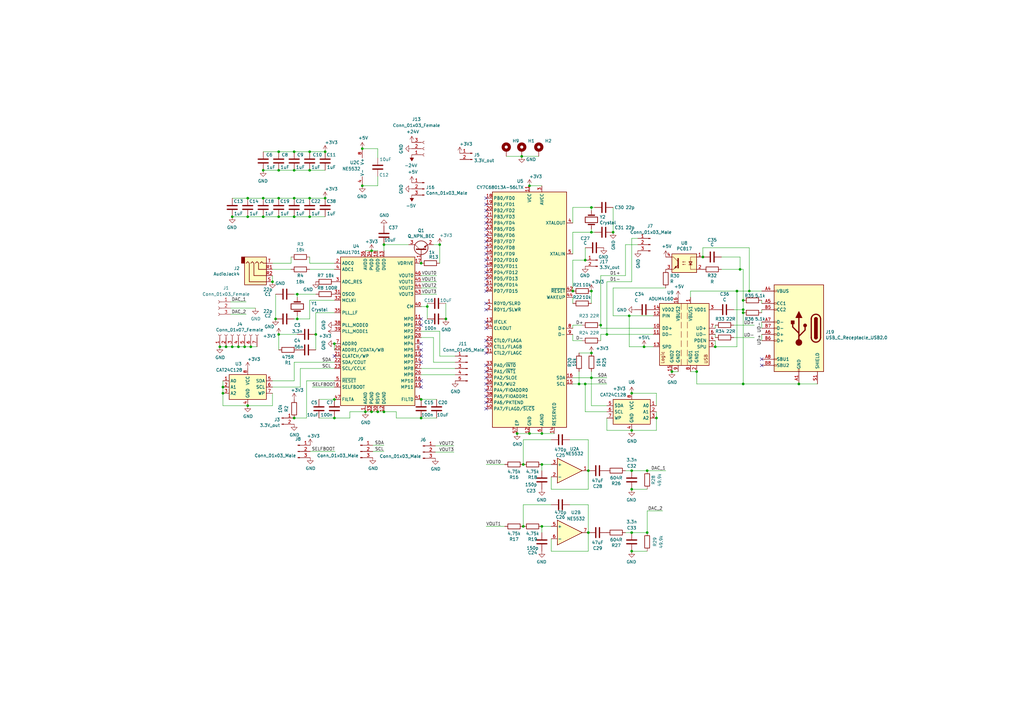
<source format=kicad_sch>
(kicad_sch (version 20211123) (generator eeschema)
  (paper "A3")
  (junction (at 157.48 100.33))
  (junction (at 114.3 81.28))
  (junction (at 259.08 176.53))
  (junction (at 259.08 218.44))
  (junction (at 242.57 119.38))
  (junction (at 269.24 171.45))
  (junction (at 137.16 171.45))
  (junction (at 251.46 95.25))
  (junction (at 265.43 193.04))
  (junction (at 120.65 88.9))
  (junction (at 100.33 142.24))
  (junction (at 107.95 88.9))
  (junction (at 107.95 81.28))
  (junction (at 102.87 142.24))
  (junction (at 91.44 158.75))
  (junction (at 127 62.23))
  (junction (at 172.72 163.83))
  (junction (at 148.59 60.96))
  (junction (at 121.92 130.81))
  (junction (at 307.34 119.38))
  (junction (at 111.76 115.57))
  (junction (at 242.57 95.25))
  (junction (at 154.94 168.91))
  (junction (at 327.66 157.48))
  (junction (at 258.064 129.54))
  (junction (at 114.3 69.85))
  (junction (at 265.43 218.44))
  (junction (at 120.65 171.45))
  (junction (at 214.63 215.9))
  (junction (at 127 88.9))
  (junction (at 127 69.85))
  (junction (at 246.38 133.35))
  (junction (at 259.08 193.04))
  (junction (at 242.57 85.09))
  (junction (at 240.03 157.48))
  (junction (at 92.71 142.24))
  (junction (at 172.72 107.95))
  (junction (at 114.3 62.23))
  (junction (at 303.53 110.49))
  (junction (at 259.08 226.06))
  (junction (at 127 81.28))
  (junction (at 222.25 215.9))
  (junction (at 237.49 157.48))
  (junction (at 293.37 142.24))
  (junction (at 241.3 193.04))
  (junction (at 152.4 168.91))
  (junction (at 234.95 119.38))
  (junction (at 285.75 152.4))
  (junction (at 120.65 69.85))
  (junction (at 114.3 88.9))
  (junction (at 129.54 137.16))
  (junction (at 241.3 218.44))
  (junction (at 222.25 177.8))
  (junction (at 133.35 81.28))
  (junction (at 149.86 168.91))
  (junction (at 137.16 140.97))
  (junction (at 121.92 120.65))
  (junction (at 120.65 62.23))
  (junction (at 101.6 81.28))
  (junction (at 97.79 142.24))
  (junction (at 107.95 69.85))
  (junction (at 242.57 144.78))
  (junction (at 180.34 100.33))
  (junction (at 304.8 127))
  (junction (at 214.63 190.5))
  (junction (at 248.92 137.16))
  (junction (at 133.35 62.23))
  (junction (at 91.44 161.29))
  (junction (at 259.08 161.29))
  (junction (at 217.17 177.8))
  (junction (at 212.09 177.8))
  (junction (at 157.48 168.91))
  (junction (at 120.65 81.28))
  (junction (at 213.995 64.135))
  (junction (at 95.25 88.9))
  (junction (at 304.8 123.19))
  (junction (at 240.03 106.68))
  (junction (at 113.03 130.81))
  (junction (at 242.57 154.94))
  (junction (at 288.29 105.41))
  (junction (at 259.08 200.66))
  (junction (at 148.59 76.2))
  (junction (at 304.8 128.27))
  (junction (at 172.72 171.45))
  (junction (at 264.16 142.24))
  (junction (at 101.6 166.37))
  (junction (at 304.8 157.48))
  (junction (at 217.17 76.2))
  (junction (at 137.16 163.83))
  (junction (at 275.59 152.4))
  (junction (at 114.3 137.16))
  (junction (at 101.6 88.9))
  (junction (at 175.26 125.73))
  (junction (at 90.17 142.24))
  (junction (at 95.25 142.24))
  (junction (at 152.4 102.87))
  (junction (at 222.25 190.5))
  (junction (at 182.88 130.81))
  (junction (at 302.26 119.38))
  (no_connect (at 199.39 144.78))
  (no_connect (at 199.39 165.1))
  (no_connect (at 199.39 106.68))
  (no_connect (at 199.39 81.28))
  (no_connect (at 199.39 132.08))
  (no_connect (at 199.39 160.02))
  (no_connect (at 199.39 99.06))
  (no_connect (at 199.39 154.94))
  (no_connect (at 172.72 143.51))
  (no_connect (at 172.72 140.97))
  (no_connect (at 199.39 119.38))
  (no_connect (at 199.39 134.62))
  (no_connect (at 199.39 157.48))
  (no_connect (at 172.72 146.05))
  (no_connect (at 199.39 139.7))
  (no_connect (at 199.39 124.46))
  (no_connect (at 172.72 148.59))
  (no_connect (at 199.39 86.36))
  (no_connect (at 199.39 83.82))
  (no_connect (at 199.39 111.76))
  (no_connect (at 199.39 114.3))
  (no_connect (at 172.72 156.21))
  (no_connect (at 172.72 130.81))
  (no_connect (at 199.39 149.86))
  (no_connect (at 199.39 93.98))
  (no_connect (at 199.39 109.22))
  (no_connect (at 172.72 133.35))
  (no_connect (at 312.42 149.86))
  (no_connect (at 199.39 101.6))
  (no_connect (at 199.39 96.52))
  (no_connect (at 199.39 88.9))
  (no_connect (at 137.16 146.05))
  (no_connect (at 199.39 152.4))
  (no_connect (at 312.42 147.32))
  (no_connect (at 199.39 127))
  (no_connect (at 172.72 158.75))
  (no_connect (at 199.39 162.56))
  (no_connect (at 199.39 167.64))
  (no_connect (at 199.39 91.44))
  (no_connect (at 199.39 142.24))
  (no_connect (at 199.39 104.14))
  (no_connect (at 199.39 116.84))
  (wire (pts (xy 180.34 135.89) (xy 180.34 146.05)))
  (wire (pts (xy 129.54 128.27) (xy 129.54 137.16)))
  (wire (pts (xy 233.68 180.34) (xy 241.3 180.34)))
  (wire (pts (xy 127 130.81) (xy 121.92 130.81)))
  (wire (pts (xy 226.06 200.66) (xy 241.3 200.66)))
  (wire (pts (xy 234.95 121.92) (xy 234.95 124.46)))
  (wire (pts (xy 91.44 158.75) (xy 91.44 161.29)))
  (wire (pts (xy 128.016 158.75) (xy 137.16 158.75)))
  (wire (pts (xy 283.21 152.4) (xy 285.75 152.4)))
  (wire (pts (xy 120.65 88.9) (xy 127 88.9)))
  (wire (pts (xy 240.03 168.91) (xy 248.92 168.91)))
  (wire (pts (xy 251.46 129.54) (xy 251.46 118.11)))
  (wire (pts (xy 312.42 137.16) (xy 312.42 139.7)))
  (wire (pts (xy 285.75 157.48) (xy 304.8 157.48)))
  (wire (pts (xy 241.3 180.34) (xy 241.3 193.04)))
  (wire (pts (xy 234.95 154.94) (xy 242.57 154.94)))
  (wire (pts (xy 222.25 218.44) (xy 222.25 215.9)))
  (wire (pts (xy 248.92 176.53) (xy 248.92 171.45)))
  (wire (pts (xy 154.94 64.77) (xy 154.94 60.96)))
  (wire (pts (xy 304.8 123.19) (xy 304.8 127)))
  (wire (pts (xy 265.43 226.06) (xy 259.08 226.06)))
  (wire (pts (xy 302.26 119.38) (xy 307.34 119.38)))
  (wire (pts (xy 127 88.9) (xy 133.35 88.9)))
  (wire (pts (xy 237.49 157.48) (xy 240.03 157.48)))
  (wire (pts (xy 214.63 180.34) (xy 214.63 190.5)))
  (wire (pts (xy 259.08 200.66) (xy 265.43 200.66)))
  (wire (pts (xy 267.97 142.24) (xy 264.16 142.24)))
  (wire (pts (xy 267.97 137.16) (xy 248.92 137.16)))
  (wire (pts (xy 152.908 185.166) (xy 157.48 185.166)))
  (wire (pts (xy 125.73 171.45) (xy 120.65 171.45)))
  (wire (pts (xy 111.76 158.75) (xy 123.19 158.75)))
  (wire (pts (xy 226.06 220.98) (xy 226.06 226.06)))
  (wire (pts (xy 172.72 113.03) (xy 179.07 113.03)))
  (wire (pts (xy 121.92 120.65) (xy 121.92 121.92)))
  (wire (pts (xy 120.65 69.85) (xy 127 69.85)))
  (wire (pts (xy 240.03 157.48) (xy 248.92 157.48)))
  (wire (pts (xy 293.37 142.24) (xy 302.26 142.24)))
  (wire (pts (xy 222.25 177.8) (xy 227.33 177.8)))
  (wire (pts (xy 133.35 81.28) (xy 127 81.28)))
  (wire (pts (xy 152.4 168.91) (xy 149.86 168.91)))
  (wire (pts (xy 226.06 207.01) (xy 214.63 207.01)))
  (wire (pts (xy 295.91 105.41) (xy 303.53 105.41)))
  (wire (pts (xy 95.25 88.9) (xy 101.6 88.9)))
  (wire (pts (xy 120.65 81.28) (xy 114.3 81.28)))
  (wire (pts (xy 241.3 226.06) (xy 241.3 218.44)))
  (wire (pts (xy 269.24 166.37) (xy 269.24 161.29)))
  (wire (pts (xy 259.08 97.79) (xy 259.08 115.57)))
  (wire (pts (xy 269.24 171.45) (xy 269.24 176.53)))
  (wire (pts (xy 102.87 142.24) (xy 100.33 142.24)))
  (wire (pts (xy 172.72 125.73) (xy 175.26 125.73)))
  (wire (pts (xy 242.57 154.94) (xy 248.92 154.94)))
  (wire (pts (xy 288.29 101.6) (xy 307.34 101.6)))
  (wire (pts (xy 157.48 168.91) (xy 154.94 168.91)))
  (wire (pts (xy 234.95 91.44) (xy 234.95 85.09)))
  (wire (pts (xy 212.09 177.8) (xy 217.17 177.8)))
  (wire (pts (xy 293.37 139.7) (xy 293.37 142.24)))
  (wire (pts (xy 304.8 110.49) (xy 304.8 123.19)))
  (wire (pts (xy 258.064 129.54) (xy 258.064 142.24)))
  (wire (pts (xy 217.17 177.8) (xy 222.25 177.8)))
  (wire (pts (xy 259.08 176.53) (xy 248.92 176.53)))
  (wire (pts (xy 121.92 130.81) (xy 120.65 130.81)))
  (wire (pts (xy 234.95 139.7) (xy 238.76 139.7)))
  (wire (pts (xy 186.69 153.67) (xy 172.72 153.67)))
  (wire (pts (xy 242.57 166.37) (xy 248.92 166.37)))
  (wire (pts (xy 111.76 113.03) (xy 111.76 115.57)))
  (wire (pts (xy 137.16 163.83) (xy 130.81 163.83)))
  (wire (pts (xy 120.65 62.23) (xy 114.3 62.23)))
  (wire (pts (xy 269.24 176.53) (xy 259.08 176.53)))
  (wire (pts (xy 120.65 156.21) (xy 120.65 148.59)))
  (wire (pts (xy 162.56 171.45) (xy 172.72 171.45)))
  (wire (pts (xy 213.995 64.135) (xy 220.98 64.135)))
  (wire (pts (xy 234.95 85.09) (xy 242.57 85.09)))
  (wire (pts (xy 240.03 106.68) (xy 240.03 101.6)))
  (wire (pts (xy 175.26 125.73) (xy 175.26 130.81)))
  (wire (pts (xy 91.44 166.37) (xy 101.6 166.37)))
  (wire (pts (xy 94.615 128.905) (xy 100.965 128.905)))
  (wire (pts (xy 114.3 137.16) (xy 114.3 143.51)))
  (wire (pts (xy 240.03 157.48) (xy 240.03 168.91)))
  (wire (pts (xy 259.08 218.44) (xy 265.43 218.44)))
  (wire (pts (xy 243.84 85.09) (xy 242.57 85.09)))
  (wire (pts (xy 242.57 154.94) (xy 242.57 166.37)))
  (wire (pts (xy 179.07 171.45) (xy 172.72 171.45)))
  (wire (pts (xy 312.42 123.19) (xy 312.42 124.46)))
  (wire (pts (xy 92.71 142.24) (xy 90.17 142.24)))
  (wire (pts (xy 95.25 142.24) (xy 92.71 142.24)))
  (wire (pts (xy 226.06 190.5) (xy 222.25 190.5)))
  (wire (pts (xy 91.44 161.29) (xy 91.44 166.37)))
  (wire (pts (xy 303.53 110.49) (xy 304.8 110.49)))
  (wire (pts (xy 137.16 123.19) (xy 127 123.19)))
  (wire (pts (xy 258.064 129.54) (xy 251.46 129.54)))
  (wire (pts (xy 104.775 126.365) (xy 94.615 126.365)))
  (wire (pts (xy 121.92 129.54) (xy 121.92 130.81)))
  (wire (pts (xy 177.8 138.43) (xy 177.8 148.59)))
  (wire (pts (xy 226.06 195.58) (xy 226.06 200.66)))
  (wire (pts (xy 100.33 142.24) (xy 97.79 142.24)))
  (wire (pts (xy 242.57 85.09) (xy 242.57 86.36)))
  (wire (pts (xy 304.8 157.48) (xy 327.66 157.48)))
  (wire (pts (xy 248.92 137.16) (xy 246.38 137.16)))
  (wire (pts (xy 172.72 118.11) (xy 179.07 118.11)))
  (wire (pts (xy 234.95 95.25) (xy 242.57 95.25)))
  (wire (pts (xy 304.8 157.48) (xy 304.8 128.27)))
  (wire (pts (xy 246.38 133.35) (xy 246.38 113.03)))
  (wire (pts (xy 129.54 137.16) (xy 129.54 143.51)))
  (wire (pts (xy 101.6 81.28) (xy 95.25 81.28)))
  (wire (pts (xy 335.28 157.48) (xy 327.66 157.48)))
  (wire (pts (xy 267.97 134.62) (xy 246.38 134.62)))
  (wire (pts (xy 248.92 137.16) (xy 248.92 115.57)))
  (wire (pts (xy 119.38 110.49) (xy 111.76 110.49)))
  (wire (pts (xy 172.72 138.43) (xy 177.8 138.43)))
  (wire (pts (xy 127 107.95) (xy 137.16 107.95)))
  (wire (pts (xy 267.97 129.54) (xy 258.064 129.54)))
  (wire (pts (xy 137.16 156.21) (xy 125.73 156.21)))
  (wire (pts (xy 154.94 168.91) (xy 152.4 168.91)))
  (wire (pts (xy 283.21 121.92) (xy 283.21 119.38)))
  (wire (pts (xy 107.95 88.9) (xy 114.3 88.9)))
  (wire (pts (xy 283.21 119.38) (xy 302.26 119.38)))
  (wire (pts (xy 107.95 69.85) (xy 114.3 69.85)))
  (wire (pts (xy 234.95 106.68) (xy 234.95 119.38)))
  (wire (pts (xy 127 123.19) (xy 127 130.81)))
  (wire (pts (xy 241.3 207.01) (xy 241.3 218.44)))
  (wire (pts (xy 154.94 102.87) (xy 152.4 102.87)))
  (wire (pts (xy 293.37 133.35) (xy 293.37 134.62)))
  (wire (pts (xy 97.79 142.24) (xy 95.25 142.24)))
  (wire (pts (xy 285.75 152.4) (xy 285.75 157.48)))
  (wire (pts (xy 246.38 113.03) (xy 256.54 113.03)))
  (wire (pts (xy 119.38 107.95) (xy 111.76 107.95)))
  (wire (pts (xy 240.03 106.68) (xy 234.95 106.68)))
  (wire (pts (xy 214.63 207.01) (xy 214.63 215.9)))
  (wire (pts (xy 121.92 120.65) (xy 129.54 120.65)))
  (wire (pts (xy 175.26 124.46) (xy 175.26 125.73)))
  (wire (pts (xy 256.54 113.03) (xy 256.54 100.33)))
  (wire (pts (xy 127.254 185.166) (xy 137.414 185.166)))
  (wire (pts (xy 293.37 137.16) (xy 293.37 138.43)))
  (wire (pts (xy 137.16 140.97) (xy 137.16 143.51)))
  (wire (pts (xy 258.064 142.24) (xy 264.16 142.24)))
  (wire (pts (xy 246.38 137.16) (xy 246.38 139.7)))
  (wire (pts (xy 152.908 182.626) (xy 157.48 182.626)))
  (wire (pts (xy 234.95 104.14) (xy 234.95 95.25)))
  (wire (pts (xy 157.48 168.91) (xy 162.56 168.91)))
  (wire (pts (xy 154.94 76.2) (xy 154.94 72.39)))
  (wire (pts (xy 242.57 95.25) (xy 243.84 95.25)))
  (wire (pts (xy 178.562 185.42) (xy 186.182 185.42)))
  (wire (pts (xy 265.43 209.55) (xy 265.43 218.44)))
  (wire (pts (xy 123.19 151.13) (xy 137.16 151.13)))
  (wire (pts (xy 237.49 144.78) (xy 242.57 144.78)))
  (wire (pts (xy 246.38 134.62) (xy 246.38 133.35)))
  (wire (pts (xy 91.44 156.21) (xy 91.44 158.75)))
  (wire (pts (xy 199.39 190.5) (xy 207.01 190.5)))
  (wire (pts (xy 256.54 100.33) (xy 261.62 100.33)))
  (wire (pts (xy 312.42 132.08) (xy 312.42 134.62)))
  (wire (pts (xy 114.3 81.28) (xy 107.95 81.28)))
  (wire (pts (xy 186.182 182.88) (xy 178.562 182.88)))
  (wire (pts (xy 127 69.85) (xy 133.35 69.85)))
  (wire (pts (xy 129.54 128.27) (xy 137.16 128.27)))
  (wire (pts (xy 107.95 81.28) (xy 101.6 81.28)))
  (wire (pts (xy 177.8 100.33) (xy 180.34 100.33)))
  (wire (pts (xy 222.25 190.5) (xy 222.25 193.04)))
  (wire (pts (xy 119.38 105.41) (xy 119.38 107.95)))
  (wire (pts (xy 125.73 156.21) (xy 125.73 171.45)))
  (wire (pts (xy 302.26 142.24) (xy 302.26 119.38)))
  (wire (pts (xy 172.72 135.89) (xy 180.34 135.89)))
  (wire (pts (xy 256.54 218.44) (xy 259.08 218.44)))
  (wire (pts (xy 177.8 148.59) (xy 186.69 148.59)))
  (wire (pts (xy 304.8 127) (xy 304.8 128.27)))
  (wire (pts (xy 234.95 133.35) (xy 234.95 134.62)))
  (wire (pts (xy 179.07 163.83) (xy 172.72 163.83)))
  (wire (pts (xy 152.4 102.87) (xy 149.86 102.87)))
  (wire (pts (xy 180.34 146.05) (xy 186.69 146.05)))
  (wire (pts (xy 162.56 168.91) (xy 162.56 171.45)))
  (wire (pts (xy 238.76 133.35) (xy 234.95 133.35)))
  (wire (pts (xy 180.34 100.33) (xy 180.34 107.95)))
  (wire (pts (xy 120.65 120.65) (xy 121.92 120.65)))
  (wire (pts (xy 307.34 101.6) (xy 307.34 119.38)))
  (wire (pts (xy 273.05 193.04) (xy 265.43 193.04)))
  (wire (pts (xy 137.16 171.45) (xy 143.51 171.45)))
  (wire (pts (xy 288.29 105.41) (xy 288.29 101.6)))
  (wire (pts (xy 234.95 157.48) (xy 237.49 157.48)))
  (wire (pts (xy 233.68 207.01) (xy 241.3 207.01)))
  (wire (pts (xy 251.46 118.11) (xy 273.05 118.11)))
  (wire (pts (xy 269.24 161.29) (xy 259.08 161.29)))
  (wire (pts (xy 105.41 142.24) (xy 102.87 142.24)))
  (wire (pts (xy 148.59 76.2) (xy 154.94 76.2)))
  (wire (pts (xy 111.76 156.21) (xy 120.65 156.21)))
  (wire (pts (xy 261.62 97.79) (xy 259.08 97.79)))
  (wire (pts (xy 172.72 115.57) (xy 179.07 115.57)))
  (wire (pts (xy 172.72 120.65) (xy 179.07 120.65)))
  (wire (pts (xy 307.34 119.38) (xy 312.42 119.38)))
  (wire (pts (xy 127 62.23) (xy 120.65 62.23)))
  (wire (pts (xy 226.06 226.06) (xy 241.3 226.06)))
  (wire (pts (xy 271.78 209.55) (xy 265.43 209.55)))
  (wire (pts (xy 133.35 62.23) (xy 127 62.23)))
  (wire (pts (xy 248.92 115.57) (xy 259.08 115.57)))
  (wire (pts (xy 256.54 193.04) (xy 259.08 193.04)))
  (wire (pts (xy 234.95 137.16) (xy 234.95 139.7)))
  (wire (pts (xy 111.76 166.37) (xy 111.76 161.29)))
  (wire (pts (xy 295.91 110.49) (xy 303.53 110.49)))
  (wire (pts (xy 278.13 152.4) (xy 275.59 152.4)))
  (wire (pts (xy 237.49 152.4) (xy 237.49 157.48)))
  (wire (pts (xy 127 105.41) (xy 127 107.95)))
  (wire (pts (xy 213.995 64.135) (xy 207.645 64.135)))
  (wire (pts (xy 182.88 124.46) (xy 182.88 130.81)))
  (wire (pts (xy 242.57 119.38) (xy 242.57 124.46)))
  (wire (pts (xy 300.99 133.35) (xy 309.372 133.35)))
  (wire (pts (xy 100.965 123.825) (xy 94.615 123.825)))
  (wire (pts (xy 303.53 105.41) (xy 303.53 110.49)))
  (wire (pts (xy 101.6 88.9) (xy 107.95 88.9)))
  (wire (pts (xy 114.3 62.23) (xy 107.95 62.23)))
  (wire (pts (xy 154.94 60.96) (xy 148.59 60.96)))
  (wire (pts (xy 123.19 158.75) (xy 123.19 151.13)))
  (wire (pts (xy 120.65 148.59) (xy 137.16 148.59)))
  (wire (pts (xy 101.6 166.37) (xy 111.76 166.37)))
  (wire (pts (xy 199.39 215.9) (xy 207.01 215.9)))
  (wire (pts (xy 172.72 151.13) (xy 186.69 151.13)))
  (wire (pts (xy 242.57 93.98) (xy 242.57 95.25)))
  (wire (pts (xy 259.08 193.04) (xy 265.43 193.04)))
  (wire (pts (xy 114.3 88.9) (xy 120.65 88.9)))
  (wire (pts (xy 312.42 127) (xy 312.42 128.27)))
  (wire (pts (xy 157.48 100.33) (xy 157.48 102.87)))
  (wire (pts (xy 130.81 171.45) (xy 137.16 171.45)))
  (wire (pts (xy 222.25 215.9) (xy 226.06 215.9)))
  (wire (pts (xy 300.99 138.43) (xy 309.372 138.43)))
  (wire (pts (xy 113.03 120.65) (xy 113.03 130.81)))
  (wire (pts (xy 300.99 127) (xy 304.8 127)))
  (wire (pts (xy 217.17 76.2) (xy 222.25 76.2)))
  (wire (pts (xy 143.51 168.91) (xy 149.86 168.91)))
  (wire (pts (xy 242.57 152.4) (xy 242.57 154.94)))
  (wire (pts (xy 167.64 100.33) (xy 157.48 100.33)))
  (wire (pts (xy 143.51 171.45) (xy 143.51 168.91)))
  (wire (pts (xy 241.3 200.66) (xy 241.3 193.04)))
  (wire (pts (xy 251.46 95.25) (xy 251.46 85.09)))
  (wire (pts (xy 226.06 180.34) (xy 214.63 180.34)))
  (wire (pts (xy 121.92 137.16) (xy 114.3 137.16)))
  (wire (pts (xy 137.16 110.49) (xy 127 110.49)))
  (wire (pts (xy 114.3 69.85) (xy 120.65 69.85)))
  (wire (pts (xy 269.24 168.91) (xy 269.24 171.45)))
  (wire (pts (xy 127 81.28) (xy 120.65 81.28)))
  (label "VOUT1" (at 179.07 115.57 180))
  (label "VOUT3" (at 186.182 185.42 180))
  (label "SELFBOOT" (at 137.414 185.166 180))
  (label "UD-" (at 309.372 138.43 180))
  (label "SDA" (at 132.08 148.59 0))
  (label "D-" (at 236.22 139.7 0))
  (label "SCL" (at 248.92 157.48 180))
  (label "D1+" (at 250.19 113.03 0))
  (label "SDA" (at 157.48 182.626 180))
  (label "D1-" (at 250.19 115.57 0))
  (label "DAC_1" (at 100.965 123.825 180))
  (label "VOUT1" (at 199.39 215.9 0))
  (label "DAC_2" (at 100.965 128.905 180))
  (label "SCL" (at 157.48 185.166 180))
  (label "UD+" (at 312.42 137.16 270))
  (label "SCL" (at 132.08 151.13 0))
  (label "DAC_2" (at 271.78 209.55 180))
  (label "VOUT0" (at 199.39 190.5 0))
  (label "SDA" (at 248.92 154.94 180))
  (label "VOUT2" (at 179.07 118.11 180))
  (label "VOUT2" (at 186.182 182.88 180))
  (label "DAC_1" (at 273.05 193.04 180))
  (label "SELFBOOT" (at 128.016 158.75 0))
  (label "VOUT0" (at 179.07 113.03 180))
  (label "UD-" (at 312.42 132.08 270))
  (label "UD+" (at 309.372 133.35 180))
  (label "D+" (at 236.22 133.35 0))
  (label "VOUT3" (at 179.07 120.65 180))
  (symbol (lib_id "power:+3.3V") (at 188.595 62.865 0) (unit 1)
    (property "Reference" "#PWR017" (effects hide))
    (property "Value" "+3.3V" (at 191.135 59.055 0))
  )
  (symbol (lib_id "Mechanical:MountingHole_Pad") (at 220.98 61.595 0) (unit 1)
    (property "Reference" "H2" (at 223.52 57.785 0) (effects (justify left)))
    (property "Value" "MountingHole_Pad" (effects hide))
    (property "Footprint" "MountingHole:MountingHole_3.2mm_M3_DIN965_Pad" (effects hide))
  )
  (symbol (lib_id "Connector:Conn_01x02_Male") (at 193.675 62.865 0) (mirror y) (unit 1)
    (property "Reference" "J5" (at 194.3862 63.5254 0) (effects (justify right)))
    (property "Value" "3.3V_out" (at 194.3862 65.8368 0) (effects (justify right)))
    (property "Footprint" "Connector_PinHeader_2.54mm:PinHeader_1x02_P2.54mm_Vertical" (effects hide))
  )
  (symbol (lib_id "power:+24V") (at 168.91 58.42 0) (unit 1)
    (property "Reference" "#PWR0110" (effects hide))
    (property "Value" "+24V" (at 169.291 54.0258 0))
  )
  (symbol (lib_id "power:-24V") (at 168.91 63.5 180) (unit 1)
    (property "Reference" "#PWR0111" (effects hide))
    (property "Value" "-24V" (at 168.529 67.8942 0))
  )
  (symbol (lib_id "Connector:Conn_01x07_Female") (at 97.79 137.16 90) (unit 1)
    (property "Reference" "J4" (at 98.298 132.969 90))
    (property "Value" "Conn_01x07_Female" (at 98.298 135.2804 90))
    (property "Footprint" "Connector_PinSocket_2.54mm:PinSocket_1x07_P2.54mm_Vertical" (effects hide))
  )
  (symbol (lib_id "power:GND") (at 90.17 142.24 0) (unit 1)
    (property "Reference" "#PWR0109" (effects hide))
    (property "Value" "GND" (at 90.297 146.6342 0))
  )
  (symbol (lib_id "Mechanical:MountingHole_Pad") (at 213.995 61.595 0) (unit 1)
    (property "Reference" "H1" (at 216.535 57.785 0) (effects (justify left)))
    (property "Value" "MountingHole_Pad" (effects hide))
    (property "Footprint" "MountingHole:MountingHole_3.2mm_M3_DIN965_Pad" (effects hide))
  )
  (symbol (lib_id "power:GND") (at 213.995 64.135 0) (unit 1)
    (property "Reference" "#PWR062" (effects hide))
    (property "Value" "GND" (at 217.805 65.405 0))
  )
  (symbol (lib_id "power:GND") (at 104.775 126.365 0) (unit 1)
    (property "Reference" "#PWR05" (effects hide))
    (property "Value" "GND" (at 104.902 130.7592 0))
  )
  (symbol (lib_id "Connector:Conn_01x03_Female") (at 89.535 126.365 0) (mirror y) (unit 1)
    (property "Reference" "J1" (at 92.71 118.11 0))
    (property "Value" "Conn_01x03_Female" (at 92.71 120.65 0))
    (property "Footprint" "Connector_PinSocket_2.54mm:PinSocket_1x03_P2.54mm_Vertical" (effects hide))
  )
  (symbol (lib_id "Connector:Conn_01x03_Female") (at 173.99 60.96 0) (mirror x) (unit 1)
    (property "Reference" "J13" (at 170.815 48.895 0))
    (property "Value" "Conn_01x03_Female" (at 170.815 51.435 0))
    (property "Footprint" "Connector_PinSocket_2.54mm:PinSocket_1x03_P2.54mm_Vertical" (effects hide))
  )
  (symbol (lib_id "power:GND") (at 168.91 60.96 270) (unit 1)
    (property "Reference" "#PWR093" (effects hide))
    (property "Value" "GND" (at 164.5158 61.087 0))
  )
  (symbol (lib_id "Mechanical:MountingHole_Pad") (at 207.645 61.595 0) (unit 1)
    (property "Reference" "H9" (at 210.185 57.785 0) (effects (justify left)))
    (property "Value" "MountingHole_Pad" (effects hide))
    (property "Footprint" "MountingHole:MountingHole_3.2mm_M3_DIN965_Pad" (effects hide))
  )
  (symbol (lib_id "Connector:Conn_01x03_Male") (at 173.99 77.47 0) (mirror y) (unit 1)
    (property "Reference" "J16" (at 174.7012 76.8604 0) (effects (justify right)))
    (property "Value" "Conn_01x03_Male" (at 174.7012 79.1718 0) (effects (justify right)))
    (property "Footprint" "Connector_PinHeader_2.54mm:PinHeader_1x03_P2.54mm_Vertical" (effects hide))
  )
  (symbol (lib_id "power:GND") (at 168.91 77.47 270) (unit 1)
    (property "Reference" "#PWR0112" (effects hide))
    (property "Value" "GND" (at 164.5158 77.597 0))
  )
  (symbol (lib_id "power:-5V") (at 168.91 80.01 180) (unit 1)
    (property "Reference" "#PWR0113" (effects hide))
    (property "Value" "-5V" (at 168.529 84.4042 0))
  )
  (symbol (lib_id "power:+5V") (at 168.91 74.93 0) (unit 1)
    (property "Reference" "#PWR0114" (effects hide))
    (property "Value" "+5V" (at 169.291 70.5358 0))
  )
  (symbol (lib_id "Interface_USB:ADUM4160") (at 280.67 137.16 0) (mirror y) (unit 1)
    (property "Reference" "U9" (at 274.955 120.015 0))
    (property "Value" "ADUM4160" (at 271.145 122.555 0))
    (property "Footprint" "Package_SO:SOIC-16W_7.5x10.3mm_P1.27mm" (effects hide))
    (property "Datasheet" "https://www.analog.com/media/en/technical-documentation/data-sheets/ADuM4160.pdf" (effects hide))
  )
  (symbol (lib_id "Device:R") (at 308.61 123.19 270) (unit 1)
    (property "Reference" "R35" (at 307.34 121.285 90))
    (property "Value" "5.1k" (at 311.785 121.285 90))
    (property "Footprint" "Resistor_SMD:R_1206_3216Metric_Pad1.30x1.75mm_HandSolder" (effects hide))
  )
  (symbol (lib_id "Device:R") (at 308.61 128.27 270) (unit 1)
    (property "Reference" "R36" (at 307.34 130.81 90))
    (property "Value" "5.1k" (at 311.785 130.81 90))
    (property "Footprint" "Resistor_SMD:R_1206_3216Metric_Pad1.30x1.75mm_HandSolder" (effects hide))
  )
  (symbol (lib_id "Device:C") (at 297.18 127 270) (unit 1)
    (property "Reference" "C36" (at 297.18 120.5992 90))
    (property "Value" "C" (at 297.18 122.9106 90))
    (property "Footprint" "Capacitor_SMD:C_1206_3216Metric_Pad1.33x1.80mm_HandSolder" (effects hide))
  )
  (symbol (lib_id "Isolator:PC817") (at 280.67 107.95 0) (mirror y) (unit 1)
    (property "Reference" "U8" (at 280.67 99.695 0))
    (property "Value" "PC817" (at 280.67 102.0064 0))
    (property "Footprint" "Package_DIP:DIP-4_W7.62mm" (effects hide))
    (property "Datasheet" "http://www.soselectronic.cz/a_info/resource/d/pc817.pdf" (effects hide))
  )
  (symbol (lib_id "power:+5V") (at 273.05 105.41 0) (unit 1)
    (property "Reference" "#PWR0101" (effects hide))
    (property "Value" "+5V" (at 273.431 101.0158 0))
  )
  (symbol (lib_id "Device:R") (at 292.1 110.49 270) (unit 1)
    (property "Reference" "R32" (at 292.1 113.03 90))
    (property "Value" "R" (at 292.1 115.57 90))
    (property "Footprint" "Resistor_SMD:R_1206_3216Metric_Pad1.30x1.75mm_HandSolder" (effects hide))
  )
  (symbol (lib_id "Device:R") (at 242.57 133.35 270) (unit 1)
    (property "Reference" "R23" (at 239.395 129.54 90))
    (property "Value" "22R" (at 243.84 129.54 90))
    (property "Footprint" "Resistor_SMD:R_1206_3216Metric_Pad1.30x1.75mm_HandSolder" (effects hide))
  )
  (symbol (lib_id "Device:R") (at 273.05 114.3 180) (unit 1)
    (property "Reference" "R30" (at 274.828 113.1316 0) (effects (justify right)))
    (property "Value" "R" (at 274.828 115.443 0) (effects (justify right)))
    (property "Footprint" "Resistor_SMD:R_1206_3216Metric_Pad1.30x1.75mm_HandSolder" (effects hide))
  )
  (symbol (lib_id "Device:R") (at 242.57 139.7 270) (unit 1)
    (property "Reference" "R24" (at 239.395 136.525 90))
    (property "Value" "22R" (at 243.84 136.525 90))
    (property "Footprint" "Resistor_SMD:R_1206_3216Metric_Pad1.30x1.75mm_HandSolder" (effects hide))
  )
  (symbol (lib_id "Device:C") (at 264.16 127 270) (unit 1)
    (property "Reference" "C34" (at 262.255 120.65 90))
    (property "Value" "C" (at 260.985 123.19 90))
    (property "Footprint" "Capacitor_SMD:C_1206_3216Metric_Pad1.33x1.80mm_HandSolder" (effects hide))
  )
  (symbol (lib_id "power:GND") (at 260.35 127 270) (unit 1)
    (property "Reference" "#PWR0102" (effects hide))
    (property "Value" "GND" (at 257.0988 127.127 90) (effects (justify right)))
  )
  (symbol (lib_id "power:+5VL") (at 264.16 142.24 0) (unit 1)
    (property "Reference" "#PWR0103" (effects hide))
    (property "Value" "+5VL" (at 264.16 138.43 0))
  )
  (symbol (lib_id "power:GND") (at 275.59 152.4 0) (unit 1)
    (property "Reference" "#PWR0104" (effects hide))
    (property "Value" "GND" (at 275.717 156.7942 0))
  )
  (symbol (lib_id "power:+3.3V") (at 217.17 76.2 0) (unit 1)
    (property "Reference" "#PWR0105" (effects hide))
    (property "Value" "+3.3V" (at 219.71 72.39 0))
  )
  (symbol (lib_id "power:GND") (at 212.09 177.8 0) (unit 1)
    (property "Reference" "#PWR0106" (effects hide))
    (property "Value" "GND" (at 212.217 182.1942 0))
  )
  (symbol (lib_id "Device:R") (at 120.65 167.64 180) (unit 1)
    (property "Reference" "R2" (at 117.475 167.64 90))
    (property "Value" "10k" (at 114.935 167.64 90))
    (property "Footprint" "Resistor_SMD:R_1206_3216Metric_Pad1.30x1.75mm_HandSolder" (effects hide))
  )
  (symbol (lib_id "Device:R") (at 297.18 133.35 270) (unit 1)
    (property "Reference" "R33" (at 295.275 130.81 90))
    (property "Value" "22R" (at 299.72 130.81 90))
    (property "Footprint" "Resistor_SMD:R_1206_3216Metric_Pad1.30x1.75mm_HandSolder" (effects hide))
  )
  (symbol (lib_id "Connector:Conn_01x02_Male") (at 115.57 171.45 0) (unit 1)
    (property "Reference" "J3" (at 114.8588 172.1104 0) (effects (justify right)))
    (property "Value" "3.3V_out" (at 114.8588 174.4218 0) (effects (justify right)))
    (property "Footprint" "Connector_PinHeader_2.54mm:PinHeader_1x02_P2.54mm_Vertical" (effects hide))
  )
  (symbol (lib_id "Device:R") (at 297.18 138.43 270) (unit 1)
    (property "Reference" "R34" (at 295.275 135.89 90))
    (property "Value" "22R" (at 299.72 135.89 90))
    (property "Footprint" "Resistor_SMD:R_1206_3216Metric_Pad1.30x1.75mm_HandSolder" (effects hide))
  )
  (symbol (lib_id "power:GND") (at 120.65 173.99 0) (unit 1)
    (property "Reference" "#PWR0134" (effects hide))
    (property "Value" "GND" (at 120.777 178.3842 0))
  )
  (symbol (lib_id "power:+3.3V") (at 120.65 163.83 0) (unit 1)
    (property "Reference" "#PWR0135" (effects hide))
    (property "Value" "+3.3V" (at 121.92 160.02 0))
  )
  (symbol (lib_id "power:+5V") (at 278.13 121.92 0) (unit 1)
    (property "Reference" "#PWR0107" (effects hide))
    (property "Value" "+5V" (at 278.511 117.5258 0))
  )
  (symbol (lib_id "Device:C") (at 292.1 105.41 270) (unit 1)
    (property "Reference" "C35" (at 292.1 98.425 90))
    (property "Value" "C" (at 292.1 100.33 90))
    (property "Footprint" "Capacitor_SMD:C_1206_3216Metric_Pad1.33x1.80mm_HandSolder" (effects hide))
  )
  (symbol (lib_id "Device:R") (at 238.76 124.46 270) (unit 1)
    (property "Reference" "R22" (at 236.855 121.92 90))
    (property "Value" "10k" (at 240.665 121.92 90))
    (property "Footprint" "Resistor_SMD:R_1206_3216Metric_Pad1.30x1.75mm_HandSolder" (effects hide))
  )
  (symbol (lib_id "Device:R") (at 238.76 119.38 270) (unit 1)
    (property "Reference" "R21" (at 236.855 116.84 90))
    (property "Value" "10k" (at 240.665 116.84 90))
    (property "Footprint" "Resistor_SMD:R_1206_3216Metric_Pad1.30x1.75mm_HandSolder" (effects hide))
  )
  (symbol (lib_id "power:+3.3V") (at 242.57 119.38 0) (unit 1)
    (property "Reference" "#PWR0108" (effects hide))
    (property "Value" "+3.3V" (at 245.11 115.57 0))
  )
  (symbol (lib_id "Connector:Conn_01x02_Male") (at 245.11 106.68 0) (mirror y) (unit 1)
    (property "Reference" "J17" (at 245.8212 107.3404 0) (effects (justify right)))
    (property "Value" "3.3V_out" (at 245.8212 109.6518 0) (effects (justify right)))
    (property "Footprint" "Connector_PinHeader_2.54mm:PinHeader_1x02_P2.54mm_Vertical" (effects hide))
  )
  (symbol (lib_id "power:GND") (at 240.03 109.22 0) (unit 1)
    (property "Reference" "#PWR0115" (effects hide))
    (property "Value" "GND" (at 241.935 113.03 0) (effects (justify right)))
  )
  (symbol (lib_id "Device:C") (at 243.84 101.6 90) (unit 1)
    (property "Reference" "C27" (at 240.03 97.79 90))
    (property "Value" "C" (at 240.03 99.695 90))
    (property "Footprint" "Capacitor_SMD:C_1206_3216Metric_Pad1.33x1.80mm_HandSolder" (effects hide))
  )
  (symbol (lib_id "power:GND") (at 247.65 101.6 0) (unit 1)
    (property "Reference" "#PWR0116" (effects hide))
    (property "Value" "GND" (at 249.555 105.41 0) (effects (justify right)))
  )
  (symbol (lib_id "Device:Crystal") (at 242.57 90.17 270) (unit 1)
    (property "Reference" "Y2" (at 245.8974 89.0016 90) (effects (justify left)))
    (property "Value" "Crystal" (at 245.8974 91.313 90) (effects (justify left)))
    (property "Footprint" "Crystal:Crystal_SMD_HC49-SD" (effects hide))
  )
  (symbol (lib_id "Device:C") (at 247.65 85.09 90) (unit 1)
    (property "Reference" "C30" (at 254 85.09 90))
    (property "Value" "22p" (at 258.445 85.09 90))
    (property "Footprint" "Capacitor_SMD:C_1206_3216Metric_Pad1.33x1.80mm_HandSolder" (effects hide))
  )
  (symbol (lib_id "Device:C") (at 247.65 95.25 90) (unit 1)
    (property "Reference" "C31" (at 254 93.345 90))
    (property "Value" "22p" (at 258.445 93.345 90))
    (property "Footprint" "Capacitor_SMD:C_1206_3216Metric_Pad1.33x1.80mm_HandSolder" (effects hide))
  )
  (symbol (lib_id "power:GND") (at 186.69 156.21 0) (unit 1)
    (property "Reference" "#PWR0137" (effects hide))
    (property "Value" "GND" (at 186.817 160.6042 0))
  )
  (symbol (lib_id "Connector:Conn_01x05_Male") (at 191.77 151.13 0) (mirror y) (unit 1)
    (property "Reference" "J11" (at 187.96 140.97 0) (effects (justify right)))
    (property "Value" "Conn_01x05_Male" (at 181.61 143.51 0) (effects (justify right)))
    (property "Footprint" "Connector_PinSocket_2.54mm:PinSocket_1x05_P2.54mm_Vertical" (effects hide))
  )
  (symbol (lib_id "power:GND") (at 251.46 95.25 0) (unit 1)
    (property "Reference" "#PWR0117" (effects hide))
    (property "Value" "GND" (at 251.587 98.5012 90) (effects (justify right)))
  )
  (symbol (lib_id "Memory_EEPROM:CAT24C128") (at 259.08 168.91 0) (mirror y) (unit 1)
    (property "Reference" "U6" (at 259.08 156.6926 0))
    (property "Value" "CAT24C128" (at 251.46 161.925 0))
    (property "Footprint" "Package_SO:SOIC-8_3.9x4.9mm_P1.27mm" (effects hide))
    (property "Datasheet" "https://www.onsemi.com/pub/Collateral/CAT24C128-D.PDF" (effects hide))
  )
  (symbol (lib_id "power:+3.3V") (at 259.08 161.29 0) (unit 1)
    (property "Reference" "#PWR0118" (effects hide))
    (property "Value" "+3.3V" (at 254 159.385 0))
  )
  (symbol (lib_id "Device:R") (at 242.57 148.59 180) (unit 1)
    (property "Reference" "R25" (at 247.8278 148.59 90))
    (property "Value" "10k" (at 245.5164 148.59 90))
    (property "Footprint" "Resistor_SMD:R_1206_3216Metric_Pad1.30x1.75mm_HandSolder" (effects hide))
  )
  (symbol (lib_id "Device:R") (at 237.49 148.59 180) (unit 1)
    (property "Reference" "R20" (at 233.68 148.59 90))
    (property "Value" "10k" (at 235.585 148.59 90))
    (property "Footprint" "Resistor_SMD:R_1206_3216Metric_Pad1.30x1.75mm_HandSolder" (effects hide))
  )
  (symbol (lib_id "power:+3.3V") (at 242.57 144.78 0) (unit 1)
    (property "Reference" "#PWR0119" (effects hide))
    (property "Value" "+3.3V" (at 247.015 142.875 0))
  )
  (symbol (lib_id "power:GND") (at 149.86 168.91 0) (unit 1)
    (property "Reference" "#PWR0120" (effects hide))
    (property "Value" "GND" (at 149.987 173.3042 0))
  )
  (symbol (lib_id "Connector:AudioJack4") (at 106.68 113.03 0) (mirror x) (unit 1)
    (property "Reference" "J2" (at 98.3234 110.0582 0) (effects (justify right)))
    (property "Value" "AudioJack4" (at 98.3234 112.3696 0) (effects (justify right)))
    (property "Footprint" "Connector_Audio:Jack_3.5mm_PJ320D_Horizontal" (effects hide))
  )
  (symbol (lib_id "Device:R") (at 123.19 105.41 270) (unit 1)
    (property "Reference" "R3" (at 123.19 100.1522 90))
    (property "Value" "18k" (at 123.19 102.4636 90))
    (property "Footprint" "Resistor_SMD:R_1206_3216Metric_Pad1.30x1.75mm_HandSolder" (effects hide))
  )
  (symbol (lib_id "Device:R") (at 123.19 110.49 270) (unit 1)
    (property "Reference" "R4" (at 123.19 113.03 90))
    (property "Value" "18k" (at 123.19 115.57 90))
    (property "Footprint" "Resistor_SMD:R_1206_3216Metric_Pad1.30x1.75mm_HandSolder" (effects hide))
  )
  (symbol (lib_id "Device:Q_NPN_BEC") (at 172.72 102.87 90) (unit 1)
    (property "Reference" "Q1" (at 172.72 94.5388 90))
    (property "Value" "Q_NPN_BEC" (at 172.72 96.8502 90))
    (property "Footprint" "Package_TO_SOT_SMD:SOT-23" (effects hide))
  )
  (symbol (lib_id "Device:R") (at 176.53 107.95 90) (unit 1)
    (property "Reference" "R13" (at 175.895 105.41 90) (effects (justify right)))
    (property "Value" "1k" (at 175.895 103.505 90) (effects (justify right)))
    (property "Footprint" "Resistor_SMD:R_1206_3216Metric_Pad1.30x1.75mm_HandSolder" (effects hide))
  )
  (symbol (lib_id "power:+3.3V") (at 180.34 100.33 0) (unit 1)
    (property "Reference" "#PWR0121" (effects hide))
    (property "Value" "+3.3V" (at 182.88 96.52 0))
  )
  (symbol (lib_id "power:+3.3V") (at 152.4 102.87 0) (unit 1)
    (property "Reference" "#PWR0122" (effects hide))
    (property "Value" "+3.3V" (at 152.4 99.06 0))
  )
  (symbol (lib_id "Device:C") (at 137.16 167.64 180) (unit 1)
    (property "Reference" "C7" (at 135.255 165.1 0))
    (property "Value" "100n" (at 133.985 170.18 0))
    (property "Footprint" "Capacitor_SMD:C_1206_3216Metric_Pad1.33x1.80mm_HandSolder" (effects hide))
  )
  (symbol (lib_id "Device:C") (at 130.81 167.64 180) (unit 1)
    (property "Reference" "C5" (at 128.905 165.1 0))
    (property "Value" "10uF" (at 128.27 170.18 0))
    (property "Footprint" "Capacitor_SMD:C_1206_3216Metric_Pad1.33x1.80mm_HandSolder" (effects hide))
  )
  (symbol (lib_id "Device:C") (at 172.72 167.64 180) (unit 1)
    (property "Reference" "C15" (at 175.895 165.1 0))
    (property "Value" "100n" (at 175.26 170.18 0))
    (property "Footprint" "Capacitor_SMD:C_1206_3216Metric_Pad1.33x1.80mm_HandSolder" (effects hide))
  )
  (symbol (lib_id "Device:C") (at 179.07 167.64 180) (unit 1)
    (property "Reference" "C20" (at 181.61 165.1 0))
    (property "Value" "10uF" (at 181.61 170.18 0))
    (property "Footprint" "Capacitor_SMD:C_1206_3216Metric_Pad1.33x1.80mm_HandSolder" (effects hide))
  )
  (symbol (lib_id "power:GND") (at 111.76 115.57 0) (unit 1)
    (property "Reference" "#PWR0138" (effects hide))
    (property "Value" "GND" (at 114.935 116.205 0))
  )
  (symbol (lib_id "Device:C") (at 179.07 130.81 90) (unit 1)
    (property "Reference" "C17" (at 175.895 132.08 90))
    (property "Value" "100n" (at 176.53 134.62 90))
    (property "Footprint" "Capacitor_SMD:C_1206_3216Metric_Pad1.33x1.80mm_HandSolder" (effects hide))
  )
  (symbol (lib_id "Device:C") (at 179.07 124.46 90) (unit 1)
    (property "Reference" "C16" (at 175.895 123.19 90))
    (property "Value" "10uF" (at 182.88 123.19 90))
    (property "Footprint" "Capacitor_SMD:C_1206_3216Metric_Pad1.33x1.80mm_HandSolder" (effects hide))
  )
  (symbol (lib_id "Amplifier_Operational:NE5532") (at 233.68 193.04 0) (unit 1)
    (property "Reference" "U2" (at 235.585 184.15 0))
    (property "Value" "NE5532" (at 235.585 186.055 0))
    (property "Footprint" "Package_SO:SOIC-8_3.9x4.9mm_P1.27mm" (effects hide))
    (property "Datasheet" "http://www.ti.com/lit/ds/symlink/ne5532.pdf" (effects hide))
  )
  (symbol (lib_id "Amplifier_Operational:NE5532") (at 233.68 218.44 0) (unit 2)
    (property "Reference" "U2" (at 236.22 210.185 0))
    (property "Value" "NE5532" (at 236.22 212.725 0))
    (property "Footprint" "Package_SO:SOIC-8_3.9x4.9mm_P1.27mm" (effects hide))
    (property "Datasheet" "http://www.ti.com/lit/ds/symlink/ne5532.pdf" (effects hide))
  )
  (symbol (lib_id "Amplifier_Operational:NE5532") (at 151.13 68.58 0) (unit 3)
    (property "Reference" "U2" (at 143.51 66.675 0) (effects (justify left)))
    (property "Value" "NE5532" (at 140.335 69.215 0) (effects (justify left)))
    (property "Footprint" "Package_SO:SOIC-8_3.9x4.9mm_P1.27mm" (effects hide))
    (property "Datasheet" "http://www.ti.com/lit/ds/symlink/ne5532.pdf" (effects hide))
  )
  (symbol (lib_id "power:GND") (at 182.88 130.81 0) (unit 1)
    (property "Reference" "#PWR0123" (effects hide))
    (property "Value" "GND" (at 183.007 135.2042 0))
  )
  (symbol (lib_id "Device:C") (at 107.95 66.04 0) (unit 1)
    (property "Reference" "C6" (at 110.49 63.5 0))
    (property "Value" "1uF" (at 111.125 68.58 0))
    (property "Footprint" "Capacitor_SMD:C_0603_1608Metric_Pad1.08x0.95mm_HandSolder" (effects hide))
  )
  (symbol (lib_id "Device:C") (at 114.3 66.04 0) (unit 1)
    (property "Reference" "C8" (at 116.84 63.5 0))
    (property "Value" "1uF" (at 116.84 68.58 0))
    (property "Footprint" "Capacitor_SMD:C_0603_1608Metric_Pad1.08x0.95mm_HandSolder" (effects hide))
  )
  (symbol (lib_id "Device:C") (at 120.65 66.04 0) (unit 1)
    (property "Reference" "C9" (at 123.19 63.5 0))
    (property "Value" "1uF" (at 123.19 68.58 0))
    (property "Footprint" "Capacitor_SMD:C_0603_1608Metric_Pad1.08x0.95mm_HandSolder" (effects hide))
  )
  (symbol (lib_id "Device:C") (at 127 66.04 0) (unit 1)
    (property "Reference" "C10" (at 130.175 63.5 0))
    (property "Value" "1uF" (at 129.54 68.58 0))
    (property "Footprint" "Capacitor_SMD:C_0603_1608Metric_Pad1.08x0.95mm_HandSolder" (effects hide))
  )
  (symbol (lib_id "Device:C") (at 133.35 66.04 0) (unit 1)
    (property "Reference" "C11" (at 135.89 63.5 0))
    (property "Value" "1uF" (at 135.89 68.58 0))
    (property "Footprint" "Capacitor_SMD:C_0603_1608Metric_Pad1.08x0.95mm_HandSolder" (effects hide))
  )
  (symbol (lib_id "Device:R") (at 133.35 115.57 270) (unit 1)
    (property "Reference" "R7" (at 131.445 113.03 90))
    (property "Value" "18k" (at 135.255 113.03 90))
    (property "Footprint" "Resistor_SMD:R_1206_3216Metric_Pad1.30x1.75mm_HandSolder" (effects hide))
  )
  (symbol (lib_id "power:GND") (at 129.54 115.57 0) (unit 1)
    (property "Reference" "#PWR0124" (effects hide))
    (property "Value" "GND" (at 126.365 118.745 0))
  )
  (symbol (lib_id "Device:R") (at 133.35 120.65 270) (unit 1)
    (property "Reference" "R8" (at 131.445 118.11 90))
    (property "Value" "100R" (at 135.89 118.11 90))
    (property "Footprint" "Resistor_SMD:R_1206_3216Metric_Pad1.30x1.75mm_HandSolder" (effects hide))
  )
  (symbol (lib_id "Device:Crystal") (at 121.92 125.73 270) (unit 1)
    (property "Reference" "Y1" (at 127.635 124.46 90) (effects (justify left)))
    (property "Value" "Crystal" (at 127.635 127 90) (effects (justify left)))
    (property "Footprint" "Crystal:Crystal_SMD_HC49-SD" (effects hide))
  )
  (symbol (lib_id "Device:C") (at 116.84 120.65 90) (unit 1)
    (property "Reference" "C1" (at 109.855 120.65 90))
    (property "Value" "22p" (at 109.855 118.745 90))
    (property "Footprint" "Capacitor_SMD:C_1206_3216Metric_Pad1.33x1.80mm_HandSolder" (effects hide))
  )
  (symbol (lib_id "Device:C") (at 116.84 130.81 90) (unit 1)
    (property "Reference" "C2" (at 109.855 129.54 90))
    (property "Value" "22p" (at 109.855 127.635 90))
    (property "Footprint" "Capacitor_SMD:C_1206_3216Metric_Pad1.33x1.80mm_HandSolder" (effects hide))
  )
  (symbol (lib_id "power:+3.3V") (at 133.35 62.23 0) (unit 1)
    (property "Reference" "#PWR03" (effects hide))
    (property "Value" "+3.3V" (at 135.89 58.42 0))
  )
  (symbol (lib_id "power:GND") (at 107.95 69.85 0) (mirror y) (unit 1)
    (property "Reference" "#PWR02" (effects hide))
    (property "Value" "GND" (at 107.823 74.2442 0))
  )
  (symbol (lib_id "power:GND") (at 113.03 130.81 0) (unit 1)
    (property "Reference" "#PWR0125" (effects hide))
    (property "Value" "GND" (at 110.49 133.985 0))
  )
  (symbol (lib_id "Device:C") (at 125.73 137.16 270) (unit 1)
    (property "Reference" "C3" (at 121.92 133.35 90))
    (property "Value" "3.3n" (at 121.92 135.89 90))
    (property "Footprint" "Capacitor_SMD:C_1206_3216Metric_Pad1.33x1.80mm_HandSolder" (effects hide))
  )
  (symbol (lib_id "Device:C") (at 125.73 143.51 270) (unit 1)
    (property "Reference" "C4" (at 121.92 139.7 90))
    (property "Value" "56n" (at 122.555 142.24 90))
    (property "Footprint" "Capacitor_SMD:C_1206_3216Metric_Pad1.33x1.80mm_HandSolder" (effects hide))
  )
  (symbol (lib_id "Device:R") (at 118.11 143.51 90) (unit 1)
    (property "Reference" "R1" (at 118.11 148.7678 90))
    (property "Value" "475R" (at 118.11 146.4564 90))
    (property "Footprint" "Resistor_SMD:R_1206_3216Metric_Pad1.30x1.75mm_HandSolder" (effects hide))
  )
  (symbol (lib_id "power:+3.3V") (at 114.3 137.16 0) (unit 1)
    (property "Reference" "#PWR0126" (effects hide))
    (property "Value" "+3.3V" (at 110.49 137.795 0))
  )
  (symbol (lib_id "power:GND") (at 137.16 133.35 270) (unit 1)
    (property "Reference" "#PWR0127" (effects hide))
    (property "Value" "GND" (at 132.715 133.35 0))
  )
  (symbol (lib_id "power:+3.3V") (at 137.16 135.89 90) (unit 1)
    (property "Reference" "#PWR0128" (effects hide))
    (property "Value" "+3.3V" (at 133.35 137.795 90))
  )
  (symbol (lib_id "Connector:Conn_01x03_Male") (at 173.482 185.42 0) (unit 1)
    (property "Reference" "J6" (at 174.752 180.34 0) (effects (justify right)))
    (property "Value" "Conn_01x03_Male" (at 172.7708 187.1218 0) (effects (justify right)))
    (property "Footprint" "Connector_PinHeader_2.54mm:PinHeader_1x03_P2.54mm_Vertical" (effects hide))
  )
  (symbol (lib_id "power:GND") (at 137.16 140.97 270) (unit 1)
    (property "Reference" "#PWR0130" (effects hide))
    (property "Value" "GND" (at 132.715 141.605 0))
  )
  (symbol (lib_id "Device:C") (at 95.25 85.09 0) (unit 1)
    (property "Reference" "C13" (at 97.79 82.55 0))
    (property "Value" "1uF" (at 97.79 87.63 0))
    (property "Footprint" "Capacitor_SMD:C_0603_1608Metric_Pad1.08x0.95mm_HandSolder" (effects hide))
  )
  (symbol (lib_id "Device:C") (at 101.6 85.09 0) (unit 1)
    (property "Reference" "C14" (at 104.14 82.55 0))
    (property "Value" "1uF" (at 104.14 87.63 0))
    (property "Footprint" "Capacitor_SMD:C_0603_1608Metric_Pad1.08x0.95mm_HandSolder" (effects hide))
  )
  (symbol (lib_id "Device:C") (at 107.95 85.09 0) (unit 1)
    (property "Reference" "C18" (at 110.49 82.55 0))
    (property "Value" "1uF" (at 110.49 87.63 0))
    (property "Footprint" "Capacitor_SMD:C_0603_1608Metric_Pad1.08x0.95mm_HandSolder" (effects hide))
  )
  (symbol (lib_id "Device:C") (at 114.3 85.09 0) (unit 1)
    (property "Reference" "C19" (at 116.84 82.55 0))
    (property "Value" "1uF" (at 116.84 87.63 0))
    (property "Footprint" "Capacitor_SMD:C_0603_1608Metric_Pad1.08x0.95mm_HandSolder" (effects hide))
  )
  (symbol (lib_id "Device:C") (at 120.65 85.09 0) (unit 1)
    (property "Reference" "C21" (at 123.19 82.55 0))
    (property "Value" "1uF" (at 123.19 87.63 0))
    (property "Footprint" "Capacitor_SMD:C_0603_1608Metric_Pad1.08x0.95mm_HandSolder" (effects hide))
  )
  (symbol (lib_id "Device:C") (at 127 85.09 0) (unit 1)
    (property "Reference" "C22" (at 129.54 82.55 0))
    (property "Value" "1uF" (at 129.54 87.63 0))
    (property "Footprint" "Capacitor_SMD:C_0603_1608Metric_Pad1.08x0.95mm_HandSolder" (effects hide))
  )
  (symbol (lib_id "Device:C") (at 133.35 85.09 0) (unit 1)
    (property "Reference" "C38" (at 135.89 82.55 0))
    (property "Value" "1uF" (at 135.89 87.63 0))
    (property "Footprint" "Capacitor_SMD:C_0603_1608Metric_Pad1.08x0.95mm_HandSolder" (effects hide))
  )
  (symbol (lib_id "power:GND") (at 261.62 102.87 0) (unit 1)
    (property "Reference" "#PWR08" (effects hide))
    (property "Value" "GND" (at 261.747 106.1212 90) (effects (justify right)))
  )
  (symbol (lib_id "Connector:Conn_01x03_Male") (at 266.7 100.33 0) (mirror y) (unit 1)
    (property "Reference" "J7" (at 265.43 92.71 0) (effects (justify right)))
    (property "Value" "Conn_01x03_Male" (at 258.445 95.25 0) (effects (justify right)))
    (property "Footprint" "Connector_PinHeader_2.54mm:PinHeader_1x03_P2.54mm_Vertical" (effects hide))
  )
  (symbol (lib_id "power:GND") (at 95.25 88.9 0) (mirror y) (unit 1)
    (property "Reference" "#PWR04" (effects hide))
    (property "Value" "GND" (at 95.123 93.2942 0))
  )
  (symbol (lib_id "power:+3.3V") (at 133.35 81.28 0) (unit 1)
    (property "Reference" "#PWR06" (effects hide))
    (property "Value" "+3.3V" (at 135.89 77.47 0))
  )
  (symbol (lib_id "Memory_EEPROM:CAT24C128") (at 101.6 158.75 0) (unit 1)
    (property "Reference" "U3" (at 97.79 149.225 0))
    (property "Value" "CAT24C128" (at 93.98 151.765 0))
    (property "Footprint" "Package_SO:SOIC-8_3.9x4.9mm_P1.27mm" (effects hide))
    (property "Datasheet" "https://www.onsemi.com/pub/Collateral/CAT24C128-D.PDF" (effects hide))
  )
  (symbol (lib_id "power:GND") (at 259.08 176.53 0) (unit 1)
    (property "Reference" "#PWR0131" (effects hide))
    (property "Value" "GND" (at 259.207 180.9242 0))
  )
  (symbol (lib_id "power:GND") (at 101.6 166.37 0) (unit 1)
    (property "Reference" "#PWR0132" (effects hide))
    (property "Value" "GND" (at 101.727 170.7642 0))
  )
  (symbol (lib_id "power:+3.3V") (at 101.6 151.13 0) (unit 1)
    (property "Reference" "#PWR0133" (effects hide))
    (property "Value" "+3.3V" (at 104.14 147.32 0))
  )
  (symbol (lib_id "Device:C") (at 157.48 96.52 0) (unit 1)
    (property "Reference" "C37" (at 161.29 93.345 0))
    (property "Value" "10uF" (at 160.02 98.425 0))
    (property "Footprint" "Capacitor_SMD:C_0603_1608Metric_Pad1.08x0.95mm_HandSolder" (effects hide))
  )
  (symbol (lib_id "power:GND") (at 157.48 92.71 0) (mirror x) (unit 1)
    (property "Reference" "#PWR07" (effects hide))
    (property "Value" "GND" (at 157.607 88.3158 0))
  )
  (symbol (lib_id "power:GND") (at 178.562 187.96 0) (unit 1)
    (property "Reference" "#PWR01" (effects hide))
    (property "Value" "GND" (at 178.689 192.3542 0))
  )
  (symbol (lib_id "Device:C") (at 229.87 180.34 90) (unit 1)
    (property "Reference" "C25" (at 229.87 186.7408 90))
    (property "Value" "470p" (at 229.87 184.4294 90))
    (property "Footprint" "Capacitor_SMD:C_1206_3216Metric_Pad1.33x1.80mm_HandSolder" (effects hide))
  )
  (symbol (lib_id "Device:C") (at 245.11 193.04 90) (unit 1)
    (property "Reference" "C28" (at 245.11 199.4408 90))
    (property "Value" "47uF" (at 245.11 197.1294 90))
    (property "Footprint" "Capacitor_SMD:C_1206_3216Metric_Pad1.33x1.80mm_HandSolder" (effects hide))
  )
  (symbol (lib_id "Device:R") (at 252.73 193.04 90) (unit 1)
    (property "Reference" "R26" (at 252.73 198.2978 90))
    (property "Value" "604R" (at 252.73 195.9864 90))
    (property "Footprint" "Resistor_SMD:R_1206_3216Metric_Pad1.30x1.75mm_HandSolder" (effects hide))
  )
  (symbol (lib_id "Device:C") (at 259.08 196.85 0) (unit 1)
    (property "Reference" "C32" (at 259.08 191.135 0))
    (property "Value" "3.3n" (at 259.08 188.595 0))
    (property "Footprint" "Capacitor_SMD:C_1206_3216Metric_Pad1.33x1.80mm_HandSolder" (effects hide))
  )
  (symbol (lib_id "Device:R") (at 265.43 196.85 0) (unit 1)
    (property "Reference" "R28" (at 267.97 196.85 90))
    (property "Value" "49.9k" (at 270.51 196.85 90))
    (property "Footprint" "Resistor_SMD:R_1206_3216Metric_Pad1.30x1.75mm_HandSolder" (effects hide))
  )
  (symbol (lib_id "Device:C") (at 222.25 196.85 180) (unit 1)
    (property "Reference" "C23" (at 217.805 201.295 0))
    (property "Value" "150p" (at 217.805 198.755 0))
    (property "Footprint" "Capacitor_SMD:C_1206_3216Metric_Pad1.33x1.80mm_HandSolder" (effects hide))
  )
  (symbol (lib_id "Device:R") (at 218.44 190.5 90) (unit 1)
    (property "Reference" "R18" (at 218.44 195.7578 90))
    (property "Value" "4.75k" (at 218.44 193.4464 90))
    (property "Footprint" "Resistor_SMD:R_1206_3216Metric_Pad1.30x1.75mm_HandSolder" (effects hide))
  )
  (symbol (lib_id "Device:R") (at 210.82 190.5 90) (unit 1)
    (property "Reference" "R16" (at 210.82 195.7578 90))
    (property "Value" "4.75k" (at 210.82 193.4464 90))
    (property "Footprint" "Resistor_SMD:R_1206_3216Metric_Pad1.30x1.75mm_HandSolder" (effects hide))
  )
  (symbol (lib_id "DSP_AnalogDevices:ADAU1701") (at 154.94 135.89 0) (unit 1)
    (property "Reference" "U4" (at 146.05 100.965 0))
    (property "Value" "ADAU1701" (at 142.875 103.505 0))
    (property "Footprint" "Package_QFP:LQFP-48_7x7mm_P0.5mm" (effects hide))
    (property "Datasheet" "https://www.analog.com/media/en/technical-documentation/data-sheets/ADAU1701.pdf" (effects hide))
  )
  (symbol (lib_id "MCU_Cypress:CY7C68013A-56LTX") (at 217.17 127 0) (mirror y) (unit 1)
    (property "Reference" "U5" (at 213.36 74.295 0))
    (property "Value" "CY7C68013A-56LTX" (at 205.105 76.835 0))
    (property "Footprint" "Package_DFN_QFN:QFN-56-1EP_8x8mm_P0.5mm_EP4.5x5.2mm_ThermalVias_TopTented" (effects hide))
    (property "Datasheet" "http://www.cypress.com/file/138911/download" (effects hide))
  )
  (symbol (lib_id "Connector:USB_C_Receptacle_USB2.0") (at 327.66 134.62 0) (mirror y) (unit 1)
    (property "Reference" "J19" (at 338.582 136.1694 0) (effects (justify right)))
    (property "Value" "USB_C_Receptacle_USB2.0" (at 338.582 138.4808 0) (effects (justify right)))
    (property "Footprint" "Connector_USB:USB_C_Receptacle_Palconn_UTC16-G" (effects hide))
    (property "Datasheet" "https://www.usb.org/sites/default/files/documents/usb_type-c.zip" (effects hide))
  )
  (symbol (lib_id "power:GND") (at 222.25 200.66 0) (mirror y) (unit 1)
    (property "Reference" "#PWR0143" (effects hide))
    (property "Value" "GND" (at 222.123 205.0542 0))
  )
  (symbol (lib_id "Device:C") (at 229.87 207.01 90) (unit 1)
    (property "Reference" "C26" (at 229.87 212.09 90))
    (property "Value" "470p" (at 229.87 210.185 90))
    (property "Footprint" "Capacitor_SMD:C_1206_3216Metric_Pad1.33x1.80mm_HandSolder" (effects hide))
  )
  (symbol (lib_id "Device:C") (at 245.11 218.44 90) (unit 1)
    (property "Reference" "C29" (at 245.11 224.8408 90))
    (property "Value" "47uF" (at 245.11 222.5294 90))
    (property "Footprint" "Capacitor_SMD:C_1206_3216Metric_Pad1.33x1.80mm_HandSolder" (effects hide))
  )
  (symbol (lib_id "Device:R") (at 252.73 218.44 90) (unit 1)
    (property "Reference" "R27" (at 252.73 223.6978 90))
    (property "Value" "604R" (at 252.73 221.3864 90))
    (property "Footprint" "Resistor_SMD:R_1206_3216Metric_Pad1.30x1.75mm_HandSolder" (effects hide))
  )
  (symbol (lib_id "Device:C") (at 259.08 222.25 0) (unit 1)
    (property "Reference" "C33" (at 259.08 216.535 0))
    (property "Value" "3.3n" (at 259.08 213.995 0))
    (property "Footprint" "Capacitor_SMD:C_1206_3216Metric_Pad1.33x1.80mm_HandSolder" (effects hide))
  )
  (symbol (lib_id "Device:R") (at 265.43 222.25 0) (unit 1)
    (property "Reference" "R29" (at 268.605 222.25 90))
    (property "Value" "49.9k" (at 271.145 222.25 90))
    (property "Footprint" "Resistor_SMD:R_1206_3216Metric_Pad1.30x1.75mm_HandSolder" (effects hide))
  )
  (symbol (lib_id "Device:R") (at 218.44 215.9 90) (unit 1)
    (property "Reference" "R19" (at 218.44 221.1578 90))
    (property "Value" "4.75k" (at 218.44 218.8464 90))
    (property "Footprint" "Resistor_SMD:R_1206_3216Metric_Pad1.30x1.75mm_HandSolder" (effects hide))
  )
  (symbol (lib_id "Device:C") (at 222.25 222.25 180) (unit 1)
    (property "Reference" "C24" (at 218.44 226.695 0))
    (property "Value" "150p" (at 218.44 224.79 0))
    (property "Footprint" "Capacitor_SMD:C_1206_3216Metric_Pad1.33x1.80mm_HandSolder" (effects hide))
  )
  (symbol (lib_id "Device:R") (at 210.82 215.9 90) (unit 1)
    (property "Reference" "R17" (at 210.82 221.1578 90))
    (property "Value" "4.75k" (at 210.82 218.8464 90))
    (property "Footprint" "Resistor_SMD:R_1206_3216Metric_Pad1.30x1.75mm_HandSolder" (effects hide))
  )
  (symbol (lib_id "power:GND") (at 259.08 200.66 0) (mirror y) (unit 1)
    (property "Reference" "#PWR0144" (effects hide))
    (property "Value" "GND" (at 258.953 205.0542 0))
  )
  (symbol (lib_id "power:GND") (at 259.08 226.06 0) (mirror y) (unit 1)
    (property "Reference" "#PWR0145" (effects hide))
    (property "Value" "GND" (at 258.953 230.4542 0))
  )
  (symbol (lib_id "power:GND") (at 222.25 226.06 0) (mirror y) (unit 1)
    (property "Reference" "#PWR0146" (effects hide))
    (property "Value" "GND" (at 222.123 230.4542 0))
  )
  (symbol (lib_id "Device:C") (at 154.94 68.58 0) (unit 1)
    (property "Reference" "C12" (at 157.48 71.755 0))
    (property "Value" "10uF" (at 158.115 65.405 0))
    (property "Footprint" "Capacitor_SMD:C_1206_3216Metric_Pad1.33x1.80mm_HandSolder" (effects hide))
  )
  (symbol (lib_id "power:GND") (at 148.59 76.2 0) (mirror y) (unit 1)
    (property "Reference" "#PWR0148" (effects hide))
    (property "Value" "GND" (at 148.463 80.5942 0))
  )
  (symbol (lib_id "power:+5V") (at 148.59 60.96 0) (unit 1)
    (property "Reference" "#PWR0150" (effects hide))
    (property "Value" "+5V" (at 148.971 56.5658 0))
  )
  (symbol (lib_id "power:GND") (at 127.254 187.706 0) (unit 1)
    (property "Reference" "#PWR0129" (effects hide))
    (property "Value" "GND" (at 127.381 192.1002 0))
  )
  (symbol (lib_id "Connector:Conn_01x03_Male") (at 147.828 185.166 0) (unit 1)
    (property "Reference" "J9" (at 149.098 180.086 0) (effects (justify right)))
    (property "Value" "Conn_01x03_Male" (at 147.1168 186.8678 0) (effects (justify right)))
    (property "Footprint" "Connector_PinHeader_2.54mm:PinHeader_1x03_P2.54mm_Vertical" (effects hide))
  )
  (symbol (lib_id "power:GND") (at 152.908 187.706 0) (unit 1)
    (property "Reference" "#PWR0139" (effects hide))
    (property "Value" "GND" (at 153.035 192.1002 0))
  )
  (symbol (lib_id "power:+3.3V") (at 127.254 182.626 0) (unit 1)
    (property "Reference" "#PWR0136" (effects hide))
    (property "Value" "+3.3V" (at 128.524 178.816 0))
  )
  (symbol (lib_id "Connector:Conn_01x03_Male") (at 122.174 185.166 0) (unit 1)
    (property "Reference" "J8" (at 123.444 180.086 0) (effects (justify right)))
    (property "Value" "Conn_01x03_Male" (at 121.4628 186.8678 0) (effects (justify right)))
    (property "Footprint" "Connector_PinHeader_2.54mm:PinHeader_1x03_P2.54mm_Vertical" (effects hide))
  )
)
</source>
